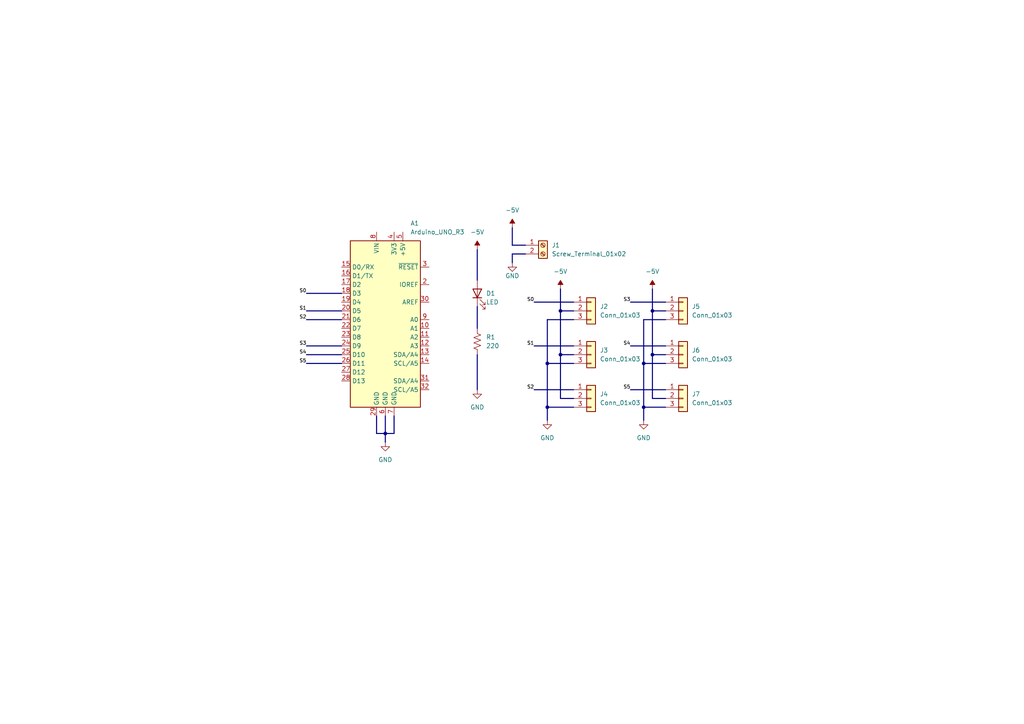
<source format=kicad_sch>
(kicad_sch (version 20230121) (generator eeschema)
  (paper "A4")
  (lib_symbols
    (symbol "Connector:Screw_Terminal_01x02" (pin_names (offset 1.016) hide)
      (property "Reference" "J" (at 0 2.54 0))
      (property "Value" "Screw_Terminal_01x02" (at 0 -5.08 0))
      (symbol "Screw_Terminal_01x02_1_1"
        (rectangle (start -1.27 1.27) (end 1.27 -3.81) (stroke (width 0.254)) (fill (type background)))
        (circle (center 0 -2.54) (radius 0.635) (stroke (width 0.1524)))
        (polyline (pts (xy -0.5334 -2.2098) (xy 0.3302 -3.048)) (stroke (width 0.1524)))
        (polyline (pts (xy -0.5334 0.3302) (xy 0.3302 -0.508)) (stroke (width 0.1524)))
        (polyline (pts (xy -0.3556 -2.032) (xy 0.508 -2.8702)) (stroke (width 0.1524)))
        (polyline (pts (xy -0.3556 0.508) (xy 0.508 -0.3302)) (stroke (width 0.1524)))
        (circle (center 0 0) (radius 0.635) (stroke (width 0.1524)))
        (pin passive line (at -5.08 0 0) (length 3.81) (name "Pin_1") (number "1"))
        (pin passive line (at -5.08 -2.54 0) (length 3.81) (name "Pin_2") (number "2"))
      )
    )
    (symbol "Connector_Generic:Conn_01x03" (pin_names (offset 1.016) hide)
      (property "Reference" "J" (at 0 5.08 0))
      (property "Value" "Conn_01x03" (at 0 -5.08 0))
      (symbol "Conn_01x03_1_1"
        (rectangle (start -1.27 -2.413) (end 0 -2.667) (stroke (width 0.1524)))
        (rectangle (start -1.27 0.127) (end 0 -0.127) (stroke (width 0.1524)))
        (rectangle (start -1.27 2.667) (end 0 2.413) (stroke (width 0.1524)))
        (rectangle (start -1.27 3.81) (end 1.27 -3.81) (stroke (width 0.254)) (fill (type background)))
        (pin passive line (at -5.08 2.54 0) (length 3.81) (name "Pin_1") (number "1"))
        (pin passive line (at -5.08 0 0) (length 3.81) (name "Pin_2") (number "2"))
        (pin passive line (at -5.08 -2.54 0) (length 3.81) (name "Pin_3") (number "3"))
      )
    )
    (symbol "Device:LED" (pin_numbers hide) (pin_names (offset 1.016) hide)
      (property "Reference" "D" (at 0 2.54 0))
      (property "Value" "LED" (at 0 -2.54 0))
      (symbol "LED_0_1"
        (polyline (pts (xy -1.27 -1.27) (xy -1.27 1.27)) (stroke (width 0.254)))
        (polyline (pts (xy -1.27 0) (xy 1.27 0)))
        (polyline (pts (xy 1.27 -1.27) (xy 1.27 1.27) (xy -1.27 0) (xy 1.27 -1.27)) (stroke (width 0.254)))
        (polyline (pts (xy -3.048 -0.762) (xy -4.572 -2.286) (xy -3.81 -2.286) (xy -4.572 -2.286) (xy -4.572 -1.524)))
        (polyline (pts (xy -1.778 -0.762) (xy -3.302 -2.286) (xy -2.54 -2.286) (xy -3.302 -2.286) (xy -3.302 -1.524)))
      )
      (symbol "LED_1_1"
        (pin passive line (at -3.81 0 0) (length 2.54) (name "K") (number "1"))
        (pin passive line (at 3.81 0 180) (length 2.54) (name "A") (number "2"))
      )
    )
    (symbol "Device:R_US" (pin_numbers hide) (pin_names (offset 0))
      (property "Reference" "R" (at 2.54 0 90))
      (property "Value" "R_US" (at -2.54 0 90))
      (symbol "R_US_0_1"
        (polyline (pts (xy 0 -2.286) (xy 0 -2.54)))
        (polyline (pts (xy 0 2.286) (xy 0 2.54)))
        (polyline (pts (xy 0 -0.762) (xy 1.016 -1.143) (xy 0 -1.524) (xy -1.016 -1.905) (xy 0 -2.286)))
        (polyline (pts (xy 0 0.762) (xy 1.016 0.381) (xy 0 0) (xy -1.016 -0.381) (xy 0 -0.762)))
        (polyline (pts (xy 0 2.286) (xy 1.016 1.905) (xy 0 1.524) (xy -1.016 1.143) (xy 0 0.762)))
      )
      (symbol "R_US_1_1"
        (pin passive line (at 0 3.81 270) (length 1.27) (name "~") (number "1"))
        (pin passive line (at 0 -3.81 90) (length 1.27) (name "~") (number "2"))
      )
    )
    (symbol "MCU_Module:Arduino_UNO_R3"
      (property "Reference" "A" (at -10.16 23.495 0))
      (property "Value" "Arduino_UNO_R3" (at 5.08 -26.67 0))
      (symbol "Arduino_UNO_R3_0_1"
        (rectangle (start -10.16 22.86) (end 10.16 -25.4) (stroke (width 0.254)) (fill (type background)))
      )
      (symbol "Arduino_UNO_R3_1_1"
        (pin no_connect line (at -10.16 -20.32 0) (length 2.54) hide (name "NC") (number "1"))
        (pin bidirectional line (at 12.7 -2.54 180) (length 2.54) (name "A1") (number "10"))
        (pin bidirectional line (at 12.7 -5.08 180) (length 2.54) (name "A2") (number "11"))
        (pin bidirectional line (at 12.7 -7.62 180) (length 2.54) (name "A3") (number "12"))
        (pin bidirectional line (at 12.7 -10.16 180) (length 2.54) (name "SDA/A4") (number "13"))
        (pin bidirectional line (at 12.7 -12.7 180) (length 2.54) (name "SCL/A5") (number "14"))
        (pin bidirectional line (at -12.7 15.24 0) (length 2.54) (name "D0/RX") (number "15"))
        (pin bidirectional line (at -12.7 12.7 0) (length 2.54) (name "D1/TX") (number "16"))
        (pin bidirectional line (at -12.7 10.16 0) (length 2.54) (name "D2") (number "17"))
        (pin bidirectional line (at -12.7 7.62 0) (length 2.54) (name "D3") (number "18"))
        (pin bidirectional line (at -12.7 5.08 0) (length 2.54) (name "D4") (number "19"))
        (pin output line (at 12.7 10.16 180) (length 2.54) (name "IOREF") (number "2"))
        (pin bidirectional line (at -12.7 2.54 0) (length 2.54) (name "D5") (number "20"))
        (pin bidirectional line (at -12.7 0 0) (length 2.54) (name "D6") (number "21"))
        (pin bidirectional line (at -12.7 -2.54 0) (length 2.54) (name "D7") (number "22"))
        (pin bidirectional line (at -12.7 -5.08 0) (length 2.54) (name "D8") (number "23"))
        (pin bidirectional line (at -12.7 -7.62 0) (length 2.54) (name "D9") (number "24"))
        (pin bidirectional line (at -12.7 -10.16 0) (length 2.54) (name "D10") (number "25"))
        (pin bidirectional line (at -12.7 -12.7 0) (length 2.54) (name "D11") (number "26"))
        (pin bidirectional line (at -12.7 -15.24 0) (length 2.54) (name "D12") (number "27"))
        (pin bidirectional line (at -12.7 -17.78 0) (length 2.54) (name "D13") (number "28"))
        (pin power_in line (at -2.54 -27.94 90) (length 2.54) (name "GND") (number "29"))
        (pin input line (at 12.7 15.24 180) (length 2.54) (name "~{RESET}") (number "3"))
        (pin input line (at 12.7 5.08 180) (length 2.54) (name "AREF") (number "30"))
        (pin bidirectional line (at 12.7 -17.78 180) (length 2.54) (name "SDA/A4") (number "31"))
        (pin bidirectional line (at 12.7 -20.32 180) (length 2.54) (name "SCL/A5") (number "32"))
        (pin power_out line (at 2.54 25.4 270) (length 2.54) (name "3V3") (number "4"))
        (pin power_out line (at 5.08 25.4 270) (length 2.54) (name "+5V") (number "5"))
        (pin power_in line (at 0 -27.94 90) (length 2.54) (name "GND") (number "6"))
        (pin power_in line (at 2.54 -27.94 90) (length 2.54) (name "GND") (number "7"))
        (pin power_in line (at -2.54 25.4 270) (length 2.54) (name "VIN") (number "8"))
        (pin bidirectional line (at 12.7 0 180) (length 2.54) (name "A0") (number "9"))
      )
    )
    (symbol "power:-5V" (power) (pin_names (offset 0))
      (property "Value" "-5V" (at 0 3.81 0))
      (symbol "-5V_0_0"
        (pin power_in line (at 0 0 90) (length 0) hide (name "-5V") (number "1"))
      )
      (symbol "-5V_0_1"
        (polyline (pts (xy 0 0) (xy 0 1.27) (xy 0.762 1.27) (xy 0 2.54) (xy -0.762 1.27) (xy 0 1.27)) (fill (type outline)))
      )
    )
    (symbol "power:GND" (power) (pin_names (offset 0))
      (property "Value" "GND" (at 0 -3.81 0))
      (symbol "GND_0_1"
        (polyline (pts (xy 0 0) (xy 0 -1.27) (xy 1.27 -1.27) (xy 0 -2.54) (xy -1.27 -1.27) (xy 0 -1.27)))
      )
      (symbol "GND_1_1"
        (pin power_in line (at 0 0 270) (length 0) hide (name "GND") (number "1"))
      )
    )
  )
  (junction (at 158.75 105.41))
  (junction (at 189.23 90.17))
  (junction (at 111.76 125.73))
  (junction (at 162.56 102.87))
  (junction (at 189.23 102.87))
  (junction (at 186.69 118.11))
  (junction (at 186.69 105.41))
  (junction (at 158.75 118.11))
  (junction (at 162.56 90.17))
  (bus (pts (xy 154.94 113.03) (xy 166.37 113.03)))
  (bus (pts (xy 186.69 92.71) (xy 186.69 105.41)))
  (bus (pts (xy 189.23 102.87) (xy 189.23 90.17)))
  (bus (pts (xy 152.4 73.66) (xy 148.59 73.66)))
  (bus (pts (xy 114.3 120.65) (xy 114.3 125.73)))
  (bus (pts (xy 193.04 102.87) (xy 189.23 102.87)))
  (bus (pts (xy 158.75 118.11) (xy 158.75 121.92)))
  (bus (pts (xy 186.69 105.41) (xy 193.04 105.41)))
  (bus (pts (xy 148.59 66.04) (xy 148.59 71.12)))
  (bus (pts (xy 186.69 105.41) (xy 186.69 118.11)))
  (bus (pts (xy 88.9 92.71) (xy 99.06 92.71)))
  (bus (pts (xy 148.59 71.12) (xy 152.4 71.12)))
  (bus (pts (xy 158.75 92.71) (xy 158.75 105.41)))
  (bus (pts (xy 138.43 72.39) (xy 138.43 81.28)))
  (bus (pts (xy 166.37 115.57) (xy 162.56 115.57)))
  (bus (pts (xy 189.23 83.82) (xy 189.23 90.17)))
  (bus (pts (xy 88.9 90.17) (xy 99.06 90.17)))
  (bus (pts (xy 182.88 100.33) (xy 193.04 100.33)))
  (bus (pts (xy 158.75 105.41) (xy 166.37 105.41)))
  (bus (pts (xy 138.43 88.9) (xy 138.43 95.25)))
  (bus (pts (xy 166.37 102.87) (xy 162.56 102.87)))
  (bus (pts (xy 88.9 85.09) (xy 99.06 85.09)))
  (bus (pts (xy 154.94 100.33) (xy 166.37 100.33)))
  (bus (pts (xy 166.37 90.17) (xy 162.56 90.17)))
  (bus (pts (xy 88.9 102.87) (xy 99.06 102.87)))
  (bus (pts (xy 193.04 118.11) (xy 186.69 118.11)))
  (bus (pts (xy 189.23 115.57) (xy 189.23 102.87)))
  (bus (pts (xy 114.3 125.73) (xy 111.76 125.73)))
  (bus (pts (xy 186.69 118.11) (xy 186.69 121.92)))
  (bus (pts (xy 88.9 100.33) (xy 99.06 100.33)))
  (bus (pts (xy 158.75 105.41) (xy 158.75 118.11)))
  (bus (pts (xy 111.76 120.65) (xy 111.76 125.73)))
  (bus (pts (xy 88.9 105.41) (xy 99.06 105.41)))
  (bus (pts (xy 111.76 125.73) (xy 111.76 128.27)))
  (bus (pts (xy 138.43 102.87) (xy 138.43 113.03)))
  (bus (pts (xy 162.56 102.87) (xy 162.56 90.17)))
  (bus (pts (xy 193.04 90.17) (xy 189.23 90.17)))
  (bus (pts (xy 182.88 113.03) (xy 193.04 113.03)))
  (bus (pts (xy 109.22 125.73) (xy 111.76 125.73)))
  (bus (pts (xy 193.04 92.71) (xy 186.69 92.71)))
  (bus (pts (xy 182.88 87.63) (xy 193.04 87.63)))
  (bus (pts (xy 148.59 73.66) (xy 148.59 76.2)))
  (bus (pts (xy 193.04 115.57) (xy 189.23 115.57)))
  (bus (pts (xy 162.56 83.82) (xy 162.56 90.17)))
  (bus (pts (xy 166.37 92.71) (xy 158.75 92.71)))
  (bus (pts (xy 162.56 115.57) (xy 162.56 102.87)))
  (bus (pts (xy 154.94 87.63) (xy 166.37 87.63)))
  (bus (pts (xy 158.75 118.11) (xy 166.37 118.11)))
  (bus (pts (xy 109.22 120.65) (xy 109.22 125.73)))
  (label "S5" (at 182.88 113.03 180) (effects (font (size 1 1))))
  (label "S0" (at 88.9 85.09 180) (effects (font (size 1 1))))
  (label "S4" (at 182.88 100.33 180) (effects (font (size 1 1))))
  (label "S2" (at 88.9 92.71 180) (effects (font (size 1 1))))
  (label "S1" (at 88.9 90.17 180) (effects (font (size 1 1))))
  (label "S0" (at 154.94 87.63 180) (effects (font (size 1 1))))
  (label "S5" (at 88.9 105.41 180) (effects (font (size 1 1))))
  (label "S4" (at 88.9 102.87 180) (effects (font (size 1 1))))
  (label "S3" (at 182.88 87.63 180) (effects (font (size 1 1))))
  (label "S3" (at 88.9 100.33 180) (effects (font (size 1 1))))
  (label "S2" (at 154.94 113.03 180) (effects (font (size 1 1))))
  (label "S1" (at 154.94 100.33 180) (effects (font (size 1 1))))
  (symbol (lib_id "power:-5V") (at 138.43 72.39 0) (unit 1)
    (property "Reference" "#PWR02" (effects hide))
    (property "Value" "-5V" (at 138.43 67.31 0))
  )
  (symbol (lib_id "power:-5V") (at 162.56 83.82 0) (unit 1)
    (property "Reference" "#PWR07" (effects hide))
    (property "Value" "-5V" (at 162.56 78.74 0))
  )
  (symbol (lib_id "MCU_Module:Arduino_UNO_R3") (at 111.76 92.71 0) (unit 1)
    (property "Reference" "A1" (at 119.0341 64.77 0) (effects (justify left)))
    (property "Value" "Arduino_UNO_R3" (at 119.0341 67.31 0) (effects (justify left)))
    (property "Footprint" "Module:Arduino_UNO_R3" (effects hide))
    (property "Datasheet" "https://www.arduino.cc/en/Main/arduinoBoardUno" (effects hide))
  )
  (symbol (lib_id "power:GND") (at 186.69 121.92 0) (unit 1)
    (property "Reference" "#PWR08" (effects hide))
    (property "Value" "GND" (at 186.69 127 0))
  )
  (symbol (lib_id "power:GND") (at 148.59 76.2 0) (unit 1)
    (property "Reference" "#PWR05" (effects hide))
    (property "Value" "GND" (at 148.59 80.01 0))
  )
  (symbol (lib_id "power:GND") (at 138.43 113.03 0) (unit 1)
    (property "Reference" "#PWR03" (effects hide))
    (property "Value" "GND" (at 138.43 118.11 0))
  )
  (symbol (lib_id "Connector_Generic:Conn_01x03") (at 171.45 115.57 0) (unit 1)
    (property "Reference" "J4" (at 173.99 114.3 0) (effects (justify left)))
    (property "Value" "Conn_01x03" (at 173.99 116.84 0) (effects (justify left)))
    (property "Footprint" "Connector_PinSocket_2.54mm:PinSocket_1x03_P2.54mm_Vertical" (effects hide))
  )
  (symbol (lib_id "Connector_Generic:Conn_01x03") (at 198.12 102.87 0) (unit 1)
    (property "Reference" "J6" (at 200.66 101.6 0) (effects (justify left)))
    (property "Value" "Conn_01x03" (at 200.66 104.14 0) (effects (justify left)))
    (property "Footprint" "Connector_PinSocket_2.54mm:PinSocket_1x03_P2.54mm_Vertical" (effects hide))
  )
  (symbol (lib_id "Device:LED") (at 138.43 85.09 90) (unit 1)
    (property "Reference" "D1" (at 140.97 85.09 90) (effects (justify right)))
    (property "Value" "LED" (at 140.97 87.63 90) (effects (justify right)))
    (property "Footprint" "LED_THT:LED_D5.0mm" (effects hide))
  )
  (symbol (lib_id "Connector:Screw_Terminal_01x02") (at 157.48 71.12 0) (unit 1)
    (property "Reference" "J1" (at 160.02 71.12 0) (effects (justify left)))
    (property "Value" "Screw_Terminal_01x02" (at 160.02 73.66 0) (effects (justify left)))
    (property "Footprint" "TerminalBlock_Phoenix:TerminalBlock_Phoenix_MKDS-1,5-2_1x02_P5.00mm_Horizontal" (effects hide))
  )
  (symbol (lib_id "Device:R_US") (at 138.43 99.06 0) (unit 1)
    (property "Reference" "R1" (at 140.97 97.79 0) (effects (justify left)))
    (property "Value" "220" (at 140.97 100.33 0) (effects (justify left)))
    (property "Footprint" "Capacitor_THT:C_Disc_D5.0mm_W2.5mm_P5.00mm" (effects hide))
  )
  (symbol (lib_id "Connector_Generic:Conn_01x03") (at 198.12 115.57 0) (unit 1)
    (property "Reference" "J7" (at 200.66 114.3 0) (effects (justify left)))
    (property "Value" "Conn_01x03" (at 200.66 116.84 0) (effects (justify left)))
    (property "Footprint" "Connector_PinSocket_2.54mm:PinSocket_1x03_P2.54mm_Vertical" (effects hide))
  )
  (symbol (lib_id "Connector_Generic:Conn_01x03") (at 171.45 90.17 0) (unit 1)
    (property "Reference" "J2" (at 173.99 88.9 0) (effects (justify left)))
    (property "Value" "Conn_01x03" (at 173.99 91.44 0) (effects (justify left)))
    (property "Footprint" "Connector_PinSocket_2.54mm:PinSocket_1x03_P2.54mm_Vertical" (effects hide))
  )
  (symbol (lib_id "power:-5V") (at 148.59 66.04 0) (unit 1)
    (property "Reference" "#PWR04" (effects hide))
    (property "Value" "-5V" (at 148.59 60.96 0))
  )
  (symbol (lib_id "power:GND") (at 158.75 121.92 0) (unit 1)
    (property "Reference" "#PWR06" (effects hide))
    (property "Value" "GND" (at 158.75 127 0))
  )
  (symbol (lib_id "power:GND") (at 111.76 128.27 0) (unit 1)
    (property "Reference" "#PWR01" (effects hide))
    (property "Value" "GND" (at 111.76 133.35 0))
  )
  (symbol (lib_id "Connector_Generic:Conn_01x03") (at 198.12 90.17 0) (unit 1)
    (property "Reference" "J5" (at 200.66 88.9 0) (effects (justify left)))
    (property "Value" "Conn_01x03" (at 200.66 91.44 0) (effects (justify left)))
    (property "Footprint" "Connector_PinSocket_2.54mm:PinSocket_1x03_P2.54mm_Vertical" (effects hide))
  )
  (symbol (lib_id "Connector_Generic:Conn_01x03") (at 171.45 102.87 0) (unit 1)
    (property "Reference" "J3" (at 173.99 101.6 0) (effects (justify left)))
    (property "Value" "Conn_01x03" (at 173.99 104.14 0) (effects (justify left)))
    (property "Footprint" "Connector_PinSocket_2.54mm:PinSocket_1x03_P2.54mm_Vertical" (effects hide))
  )
  (symbol (lib_id "power:-5V") (at 189.23 83.82 0) (unit 1)
    (property "Reference" "#PWR09" (effects hide))
    (property "Value" "-5V" (at 189.23 78.74 0))
  )
)
</source>
